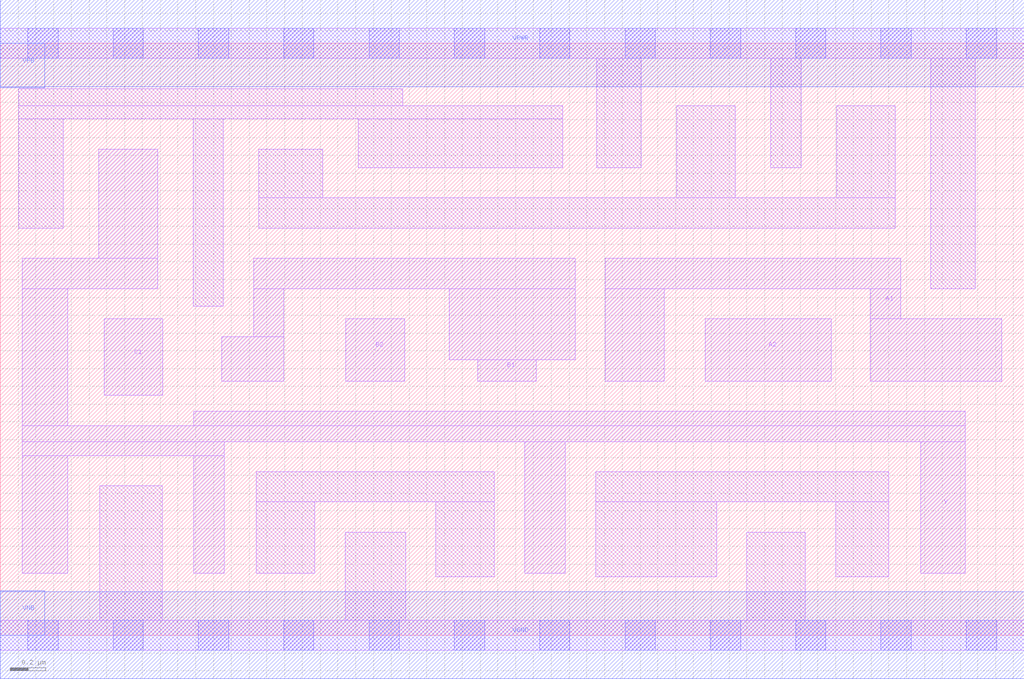
<source format=lef>
# Copyright 2020 The SkyWater PDK Authors
#
# Licensed under the Apache License, Version 2.0 (the "License");
# you may not use this file except in compliance with the License.
# You may obtain a copy of the License at
#
#     https://www.apache.org/licenses/LICENSE-2.0
#
# Unless required by applicable law or agreed to in writing, software
# distributed under the License is distributed on an "AS IS" BASIS,
# WITHOUT WARRANTIES OR CONDITIONS OF ANY KIND, either express or implied.
# See the License for the specific language governing permissions and
# limitations under the License.
#
# SPDX-License-Identifier: Apache-2.0

VERSION 5.5 ;
NAMESCASESENSITIVE ON ;
BUSBITCHARS "[]" ;
DIVIDERCHAR "/" ;
MACRO sky130_fd_sc_hs__a221oi_2
  CLASS CORE ;
  SOURCE USER ;
  ORIGIN  0.000000  0.000000 ;
  SIZE  5.760000 BY  3.330000 ;
  SYMMETRY X Y ;
  SITE unit ;
  PIN A1
    ANTENNAGATEAREA  0.558000 ;
    DIRECTION INPUT ;
    USE SIGNAL ;
    PORT
      LAYER li1 ;
        RECT 3.405000 1.430000 3.735000 1.950000 ;
        RECT 3.405000 1.950000 5.065000 2.120000 ;
        RECT 4.895000 1.430000 5.635000 1.780000 ;
        RECT 4.895000 1.780000 5.065000 1.950000 ;
    END
  END A1
  PIN A2
    ANTENNAGATEAREA  0.558000 ;
    DIRECTION INPUT ;
    USE SIGNAL ;
    PORT
      LAYER li1 ;
        RECT 3.965000 1.430000 4.675000 1.780000 ;
    END
  END A2
  PIN B1
    ANTENNAGATEAREA  0.558000 ;
    DIRECTION INPUT ;
    USE SIGNAL ;
    PORT
      LAYER li1 ;
        RECT 1.245000 1.430000 1.595000 1.680000 ;
        RECT 1.425000 1.680000 1.595000 1.950000 ;
        RECT 1.425000 1.950000 3.235000 2.120000 ;
        RECT 2.525000 1.550000 3.235000 1.950000 ;
        RECT 2.685000 1.430000 3.015000 1.550000 ;
    END
  END B1
  PIN B2
    ANTENNAGATEAREA  0.558000 ;
    DIRECTION INPUT ;
    USE SIGNAL ;
    PORT
      LAYER li1 ;
        RECT 1.945000 1.430000 2.275000 1.780000 ;
    END
  END B2
  PIN C1
    ANTENNAGATEAREA  0.558000 ;
    DIRECTION INPUT ;
    USE SIGNAL ;
    PORT
      LAYER li1 ;
        RECT 0.585000 1.350000 0.915000 1.780000 ;
    END
  END C1
  PIN Y
    ANTENNADIFFAREA  1.172200 ;
    DIRECTION OUTPUT ;
    USE SIGNAL ;
    PORT
      LAYER li1 ;
        RECT 0.125000 0.350000 0.380000 1.010000 ;
        RECT 0.125000 1.010000 1.260000 1.090000 ;
        RECT 0.125000 1.090000 5.430000 1.180000 ;
        RECT 0.125000 1.180000 0.380000 1.950000 ;
        RECT 0.125000 1.950000 0.885000 2.120000 ;
        RECT 0.555000 2.120000 0.885000 2.735000 ;
        RECT 1.090000 0.350000 1.260000 1.010000 ;
        RECT 1.090000 1.180000 5.430000 1.260000 ;
        RECT 2.950000 0.350000 3.180000 1.090000 ;
        RECT 5.180000 0.350000 5.430000 1.090000 ;
    END
  END Y
  PIN VGND
    DIRECTION INOUT ;
    USE GROUND ;
    PORT
      LAYER met1 ;
        RECT 0.000000 -0.245000 5.760000 0.245000 ;
    END
  END VGND
  PIN VNB
    DIRECTION INOUT ;
    USE GROUND ;
    PORT
      LAYER met1 ;
        RECT 0.000000 0.000000 0.250000 0.250000 ;
    END
  END VNB
  PIN VPB
    DIRECTION INOUT ;
    USE POWER ;
    PORT
      LAYER met1 ;
        RECT 0.000000 3.080000 0.250000 3.330000 ;
    END
  END VPB
  PIN VPWR
    DIRECTION INOUT ;
    USE POWER ;
    PORT
      LAYER met1 ;
        RECT 0.000000 3.085000 5.760000 3.575000 ;
    END
  END VPWR
  OBS
    LAYER li1 ;
      RECT 0.000000 -0.085000 5.760000 0.085000 ;
      RECT 0.000000  3.245000 5.760000 3.415000 ;
      RECT 0.105000  2.290000 0.355000 2.905000 ;
      RECT 0.105000  2.905000 3.165000 2.980000 ;
      RECT 0.105000  2.980000 2.265000 3.075000 ;
      RECT 0.560000  0.085000 0.910000 0.840000 ;
      RECT 1.085000  1.850000 1.255000 2.905000 ;
      RECT 1.440000  0.350000 1.770000 0.750000 ;
      RECT 1.440000  0.750000 2.780000 0.920000 ;
      RECT 1.455000  2.290000 5.035000 2.460000 ;
      RECT 1.455000  2.460000 1.815000 2.735000 ;
      RECT 1.940000  0.085000 2.280000 0.580000 ;
      RECT 2.015000  2.630000 3.165000 2.905000 ;
      RECT 2.450000  0.330000 2.780000 0.750000 ;
      RECT 3.350000  0.330000 4.030000 0.750000 ;
      RECT 3.350000  0.750000 5.000000 0.920000 ;
      RECT 3.355000  2.630000 3.605000 3.245000 ;
      RECT 3.805000  2.460000 4.135000 2.980000 ;
      RECT 4.200000  0.085000 4.530000 0.580000 ;
      RECT 4.335000  2.630000 4.505000 3.245000 ;
      RECT 4.700000  0.330000 5.000000 0.750000 ;
      RECT 4.705000  2.460000 5.035000 2.980000 ;
      RECT 5.235000  1.950000 5.485000 3.245000 ;
    LAYER mcon ;
      RECT 0.155000 -0.085000 0.325000 0.085000 ;
      RECT 0.155000  3.245000 0.325000 3.415000 ;
      RECT 0.635000 -0.085000 0.805000 0.085000 ;
      RECT 0.635000  3.245000 0.805000 3.415000 ;
      RECT 1.115000 -0.085000 1.285000 0.085000 ;
      RECT 1.115000  3.245000 1.285000 3.415000 ;
      RECT 1.595000 -0.085000 1.765000 0.085000 ;
      RECT 1.595000  3.245000 1.765000 3.415000 ;
      RECT 2.075000 -0.085000 2.245000 0.085000 ;
      RECT 2.075000  3.245000 2.245000 3.415000 ;
      RECT 2.555000 -0.085000 2.725000 0.085000 ;
      RECT 2.555000  3.245000 2.725000 3.415000 ;
      RECT 3.035000 -0.085000 3.205000 0.085000 ;
      RECT 3.035000  3.245000 3.205000 3.415000 ;
      RECT 3.515000 -0.085000 3.685000 0.085000 ;
      RECT 3.515000  3.245000 3.685000 3.415000 ;
      RECT 3.995000 -0.085000 4.165000 0.085000 ;
      RECT 3.995000  3.245000 4.165000 3.415000 ;
      RECT 4.475000 -0.085000 4.645000 0.085000 ;
      RECT 4.475000  3.245000 4.645000 3.415000 ;
      RECT 4.955000 -0.085000 5.125000 0.085000 ;
      RECT 4.955000  3.245000 5.125000 3.415000 ;
      RECT 5.435000 -0.085000 5.605000 0.085000 ;
      RECT 5.435000  3.245000 5.605000 3.415000 ;
  END
END sky130_fd_sc_hs__a221oi_2

</source>
